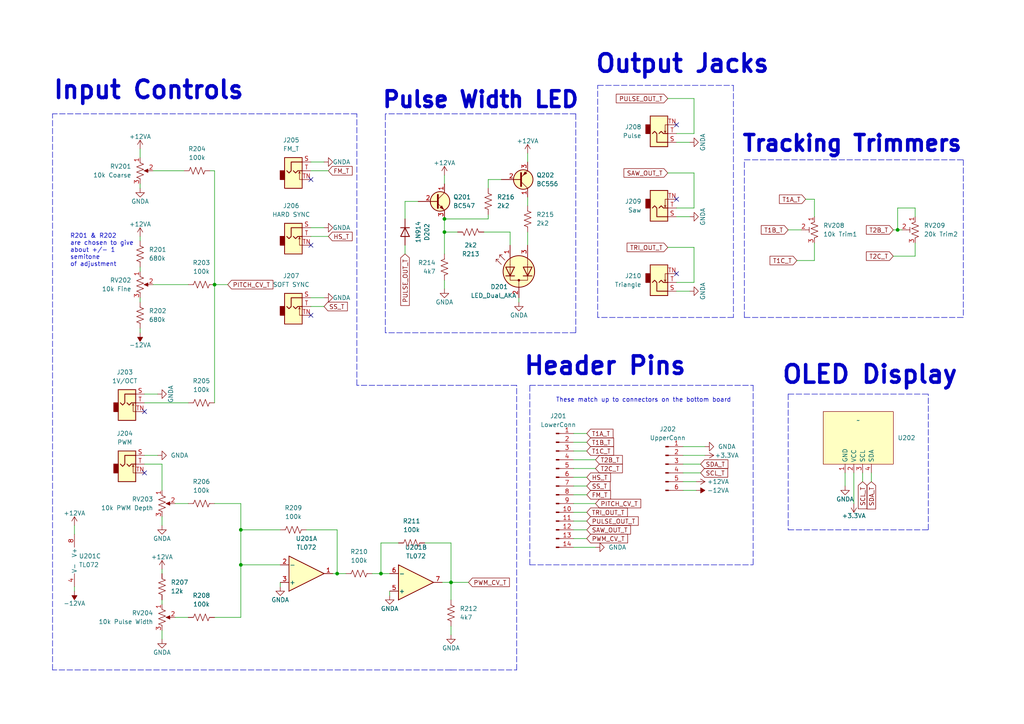
<source format=kicad_sch>
(kicad_sch (version 20230121) (generator eeschema)
  (paper "A4")
  (title_block (title "ESP-3340 Tuner VCO") (date "2024-02-15") (rev "1") (company "Hayden Setlik"))
  (lib_symbols
    (symbol "Amplifier_Operational:TL072" (pin_names (offset 0.127))
      (property "Reference" "U" (at 0 5.08 0))
      (property "Value" "TL072" (at 0 -5.08 0))
      (symbol "TL072_1_1"
        (polyline (pts (xy -5.08 5.08) (xy 5.08 0) (xy -5.08 -5.08) (xy -5.08 5.08)) (stroke (width 0.254)) (fill (type background)))
        (pin output line (at 7.62 0 180) (length 2.54) (name "~") (number "1"))
        (pin input line (at -7.62 -2.54 0) (length 2.54) (name "-") (number "2"))
        (pin input line (at -7.62 2.54 0) (length 2.54) (name "+") (number "3"))
      )
      (symbol "TL072_2_1"
        (polyline (pts (xy -5.08 5.08) (xy 5.08 0) (xy -5.08 -5.08) (xy -5.08 5.08)) (stroke (width 0.254)) (fill (type background)))
        (pin input line (at -7.62 2.54 0) (length 2.54) (name "+") (number "5"))
        (pin input line (at -7.62 -2.54 0) (length 2.54) (name "-") (number "6"))
        (pin output line (at 7.62 0 180) (length 2.54) (name "~") (number "7"))
      )
      (symbol "TL072_3_1"
        (pin power_in line (at -2.54 -7.62 90) (length 3.81) (name "V-") (number "4"))
        (pin power_in line (at -2.54 7.62 270) (length 3.81) (name "V+") (number "8"))
      )
    )
    (symbol "Connector:Conn_01x06_Pin" (pin_names (offset 1.016) hide)
      (property "Reference" "J" (at 0 7.62 0))
      (property "Value" "Conn_01x06_Pin" (at 0 -10.16 0))
      (symbol "Conn_01x06_Pin_1_1"
        (polyline (pts (xy 1.27 -7.62) (xy 0.8636 -7.62)) (stroke (width 0.1524)))
        (polyline (pts (xy 1.27 -5.08) (xy 0.8636 -5.08)) (stroke (width 0.1524)))
        (polyline (pts (xy 1.27 -2.54) (xy 0.8636 -2.54)) (stroke (width 0.1524)))
        (polyline (pts (xy 1.27 0) (xy 0.8636 0)) (stroke (width 0.1524)))
        (polyline (pts (xy 1.27 2.54) (xy 0.8636 2.54)) (stroke (width 0.1524)))
        (polyline (pts (xy 1.27 5.08) (xy 0.8636 5.08)) (stroke (width 0.1524)))
        (rectangle (start 0.8636 -7.493) (end 0 -7.747) (stroke (width 0.1524)) (fill (type outline)))
        (rectangle (start 0.8636 -4.953) (end 0 -5.207) (stroke (width 0.1524)) (fill (type outline)))
        (rectangle (start 0.8636 -2.413) (end 0 -2.667) (stroke (width 0.1524)) (fill (type outline)))
        (rectangle (start 0.8636 0.127) (end 0 -0.127) (stroke (width 0.1524)) (fill (type outline)))
        (rectangle (start 0.8636 2.667) (end 0 2.413) (stroke (width 0.1524)) (fill (type outline)))
        (rectangle (start 0.8636 5.207) (end 0 4.953) (stroke (width 0.1524)) (fill (type outline)))
        (pin passive line (at 5.08 5.08 180) (length 3.81) (name "Pin_1") (number "1"))
        (pin passive line (at 5.08 2.54 180) (length 3.81) (name "Pin_2") (number "2"))
        (pin passive line (at 5.08 0 180) (length 3.81) (name "Pin_3") (number "3"))
        (pin passive line (at 5.08 -2.54 180) (length 3.81) (name "Pin_4") (number "4"))
        (pin passive line (at 5.08 -5.08 180) (length 3.81) (name "Pin_5") (number "5"))
        (pin passive line (at 5.08 -7.62 180) (length 3.81) (name "Pin_6") (number "6"))
      )
    )
    (symbol "Connector:Conn_01x14_Pin" (pin_names (offset 1.016) hide)
      (property "Reference" "J" (at 0 17.78 0))
      (property "Value" "Conn_01x14_Pin" (at 0 -20.32 0))
      (symbol "Conn_01x14_Pin_1_1"
        (polyline (pts (xy 1.27 -17.78) (xy 0.8636 -17.78)) (stroke (width 0.1524)))
        (polyline (pts (xy 1.27 -15.24) (xy 0.8636 -15.24)) (stroke (width 0.1524)))
        (polyline (pts (xy 1.27 -12.7) (xy 0.8636 -12.7)) (stroke (width 0.1524)))
        (polyline (pts (xy 1.27 -10.16) (xy 0.8636 -10.16)) (stroke (width 0.1524)))
        (polyline (pts (xy 1.27 -7.62) (xy 0.8636 -7.62)) (stroke (width 0.1524)))
        (polyline (pts (xy 1.27 -5.08) (xy 0.8636 -5.08)) (stroke (width 0.1524)))
        (polyline (pts (xy 1.27 -2.54) (xy 0.8636 -2.54)) (stroke (width 0.1524)))
        (polyline (pts (xy 1.27 0) (xy 0.8636 0)) (stroke (width 0.1524)))
        (polyline (pts (xy 1.27 2.54) (xy 0.8636 2.54)) (stroke (width 0.1524)))
        (polyline (pts (xy 1.27 5.08) (xy 0.8636 5.08)) (stroke (width 0.1524)))
        (polyline (pts (xy 1.27 7.62) (xy 0.8636 7.62)) (stroke (width 0.1524)))
        (polyline (pts (xy 1.27 10.16) (xy 0.8636 10.16)) (stroke (width 0.1524)))
        (polyline (pts (xy 1.27 12.7) (xy 0.8636 12.7)) (stroke (width 0.1524)))
        (polyline (pts (xy 1.27 15.24) (xy 0.8636 15.24)) (stroke (width 0.1524)))
        (rectangle (start 0.8636 -17.653) (end 0 -17.907) (stroke (width 0.1524)) (fill (type outline)))
        (rectangle (start 0.8636 -15.113) (end 0 -15.367) (stroke (width 0.1524)) (fill (type outline)))
        (rectangle (start 0.8636 -12.573) (end 0 -12.827) (stroke (width 0.1524)) (fill (type outline)))
        (rectangle (start 0.8636 -10.033) (end 0 -10.287) (stroke (width 0.1524)) (fill (type outline)))
        (rectangle (start 0.8636 -7.493) (end 0 -7.747) (stroke (width 0.1524)) (fill (type outline)))
        (rectangle (start 0.8636 -4.953) (end 0 -5.207) (stroke (width 0.1524)) (fill (type outline)))
        (rectangle (start 0.8636 -2.413) (end 0 -2.667) (stroke (width 0.1524)) (fill (type outline)))
        (rectangle (start 0.8636 0.127) (end 0 -0.127) (stroke (width 0.1524)) (fill (type outline)))
        (rectangle (start 0.8636 2.667) (end 0 2.413) (stroke (width 0.1524)) (fill (type outline)))
        (rectangle (start 0.8636 5.207) (end 0 4.953) (stroke (width 0.1524)) (fill (type outline)))
        (rectangle (start 0.8636 7.747) (end 0 7.493) (stroke (width 0.1524)) (fill (type outline)))
        (rectangle (start 0.8636 10.287) (end 0 10.033) (stroke (width 0.1524)) (fill (type outline)))
        (rectangle (start 0.8636 12.827) (end 0 12.573) (stroke (width 0.1524)) (fill (type outline)))
        (rectangle (start 0.8636 15.367) (end 0 15.113) (stroke (width 0.1524)) (fill (type outline)))
        (pin passive line (at 5.08 15.24 180) (length 3.81) (name "Pin_1") (number "1"))
        (pin passive line (at 5.08 -7.62 180) (length 3.81) (name "Pin_10") (number "10"))
        (pin passive line (at 5.08 -10.16 180) (length 3.81) (name "Pin_11") (number "11"))
        (pin passive line (at 5.08 -12.7 180) (length 3.81) (name "Pin_12") (number "12"))
        (pin passive line (at 5.08 -15.24 180) (length 3.81) (name "Pin_13") (number "13"))
        (pin passive line (at 5.08 -17.78 180) (length 3.81) (name "Pin_14") (number "14"))
        (pin passive line (at 5.08 12.7 180) (length 3.81) (name "Pin_2") (number "2"))
        (pin passive line (at 5.08 10.16 180) (length 3.81) (name "Pin_3") (number "3"))
        (pin passive line (at 5.08 7.62 180) (length 3.81) (name "Pin_4") (number "4"))
        (pin passive line (at 5.08 5.08 180) (length 3.81) (name "Pin_5") (number "5"))
        (pin passive line (at 5.08 2.54 180) (length 3.81) (name "Pin_6") (number "6"))
        (pin passive line (at 5.08 0 180) (length 3.81) (name "Pin_7") (number "7"))
        (pin passive line (at 5.08 -2.54 180) (length 3.81) (name "Pin_8") (number "8"))
        (pin passive line (at 5.08 -5.08 180) (length 3.81) (name "Pin_9") (number "9"))
      )
    )
    (symbol "Connector_Audio:AudioJack2_SwitchT"
      (property "Reference" "J" (at 0 8.89 0))
      (property "Value" "AudioJack2_SwitchT" (at 0 6.35 0))
      (symbol "AudioJack2_SwitchT_0_1"
        (rectangle (start -2.54 0) (end -3.81 -2.54) (stroke (width 0.254)) (fill (type outline)))
        (polyline (pts (xy 1.778 -0.254) (xy 2.032 -0.762)))
        (polyline (pts (xy 0 0) (xy 0.635 -0.635) (xy 1.27 0) (xy 2.54 0)) (stroke (width 0.254)))
        (polyline (pts (xy 2.54 -2.54) (xy 1.778 -2.54) (xy 1.778 -0.254) (xy 1.524 -0.762)))
        (polyline (pts (xy 2.54 2.54) (xy -0.635 2.54) (xy -0.635 0) (xy -1.27 -0.635) (xy -1.905 0)) (stroke (width 0.254)))
        (rectangle (start 2.54 3.81) (end -2.54 -5.08) (stroke (width 0.254)) (fill (type background)))
      )
      (symbol "AudioJack2_SwitchT_1_1"
        (pin passive line (at 5.08 2.54 180) (length 2.54) (name "~") (number "S"))
        (pin passive line (at 5.08 0 180) (length 2.54) (name "~") (number "T"))
        (pin passive line (at 5.08 -2.54 180) (length 2.54) (name "~") (number "TN"))
      )
    )
    (symbol "Device:LED_Dual_AKA" (pin_names (offset 0) hide)
      (property "Reference" "D" (at 0 5.715 0))
      (property "Value" "LED_Dual_AKA" (at 0 -6.35 0))
      (symbol "LED_Dual_AKA_0_1"
        (circle (center -2.54 0) (radius 0.2794) (fill (type outline)))
        (polyline (pts (xy -4.572 0) (xy -2.54 0)))
        (polyline (pts (xy -1.27 -1.27) (xy -1.27 -3.81)) (stroke (width 0.254)))
        (polyline (pts (xy -1.27 1.27) (xy -1.27 3.81)) (stroke (width 0.254)))
        (polyline (pts (xy 3.81 -2.54) (xy 1.905 -2.54)))
        (polyline (pts (xy 3.81 2.54) (xy 1.905 2.54)))
        (polyline (pts (xy 1.27 -3.81) (xy 1.27 -1.27) (xy -1.27 -2.54) (xy 1.27 -3.81)) (stroke (width 0.254)))
        (polyline (pts (xy 1.27 1.27) (xy 1.27 3.81) (xy -1.27 2.54) (xy 1.27 1.27)) (stroke (width 0.254)))
        (polyline (pts (xy 2.032 2.54) (xy -2.54 2.54) (xy -2.54 -2.54) (xy 2.032 -2.54)))
        (polyline (pts (xy 2.032 5.08) (xy 3.556 6.604) (xy 2.794 6.604) (xy 3.556 6.604) (xy 3.556 5.842)))
        (polyline (pts (xy 3.302 4.064) (xy 4.826 5.588) (xy 4.064 5.588) (xy 4.826 5.588) (xy 4.826 4.826)))
        (circle (center 0 0) (radius 4.572) (stroke (width 0.254)) (fill (type background)))
      )
      (symbol "LED_Dual_AKA_1_1"
        (pin input line (at 7.62 2.54 180) (length 3.81) (name "A1") (number "1"))
        (pin input line (at -7.62 0 0) (length 3.048) (name "K") (number "2"))
        (pin input line (at 7.62 -2.54 180) (length 3.81) (name "A2") (number "3"))
      )
    )
    (symbol "Device:R_Potentiometer_Trim_US" (pin_names (offset 1.016) hide)
      (property "Reference" "RV" (at -4.445 0 90))
      (property "Value" "R_Potentiometer_Trim_US" (at -2.54 0 90))
      (symbol "R_Potentiometer_Trim_US_0_1"
        (polyline (pts (xy 0 -2.286) (xy 0 -2.54)))
        (polyline (pts (xy 0 2.286) (xy 0 2.54)))
        (polyline (pts (xy 1.524 0.762) (xy 1.524 -0.762)))
        (polyline (pts (xy 2.54 0) (xy 1.524 0)))
        (polyline (pts (xy 0 -0.762) (xy 1.016 -1.143) (xy 0 -1.524) (xy -1.016 -1.905) (xy 0 -2.286)))
        (polyline (pts (xy 0 0.762) (xy 1.016 0.381) (xy 0 0) (xy -1.016 -0.381) (xy 0 -0.762)))
        (polyline (pts (xy 0 2.286) (xy 1.016 1.905) (xy 0 1.524) (xy -1.016 1.143) (xy 0 0.762)))
      )
      (symbol "R_Potentiometer_Trim_US_1_1"
        (pin passive line (at 0 3.81 270) (length 1.27) (name "1") (number "1"))
        (pin passive line (at 3.81 0 180) (length 1.27) (name "2") (number "2"))
        (pin passive line (at 0 -3.81 90) (length 1.27) (name "3") (number "3"))
      )
    )
    (symbol "Device:R_Potentiometer_US" (pin_names (offset 1.016) hide)
      (property "Reference" "RV" (at -4.445 0 90))
      (property "Value" "R_Potentiometer_US" (at -2.54 0 90))
      (symbol "R_Potentiometer_US_0_1"
        (polyline (pts (xy 0 -2.286) (xy 0 -2.54)))
        (polyline (pts (xy 0 2.54) (xy 0 2.286)))
        (polyline (pts (xy 2.54 0) (xy 1.524 0)))
        (polyline (pts (xy 1.143 0) (xy 2.286 0.508) (xy 2.286 -0.508) (xy 1.143 0)) (fill (type outline)))
        (polyline (pts (xy 0 -0.762) (xy 1.016 -1.143) (xy 0 -1.524) (xy -1.016 -1.905) (xy 0 -2.286)))
        (polyline (pts (xy 0 0.762) (xy 1.016 0.381) (xy 0 0) (xy -1.016 -0.381) (xy 0 -0.762)))
        (polyline (pts (xy 0 2.286) (xy 1.016 1.905) (xy 0 1.524) (xy -1.016 1.143) (xy 0 0.762)))
      )
      (symbol "R_Potentiometer_US_1_1"
        (pin passive line (at 0 3.81 270) (length 1.27) (name "1") (number "1"))
        (pin passive line (at 3.81 0 180) (length 1.27) (name "2") (number "2"))
        (pin passive line (at 0 -3.81 90) (length 1.27) (name "3") (number "3"))
      )
    )
    (symbol "Device:R_US" (pin_numbers hide) (pin_names (offset 0))
      (property "Reference" "R" (at 2.54 0 90))
      (property "Value" "R_US" (at -2.54 0 90))
      (symbol "R_US_0_1"
        (polyline (pts (xy 0 -2.286) (xy 0 -2.54)))
        (polyline (pts (xy 0 2.286) (xy 0 2.54)))
        (polyline (pts (xy 0 -0.762) (xy 1.016 -1.143) (xy 0 -1.524) (xy -1.016 -1.905) (xy 0 -2.286)))
        (polyline (pts (xy 0 0.762) (xy 1.016 0.381) (xy 0 0) (xy -1.016 -0.381) (xy 0 -0.762)))
        (polyline (pts (xy 0 2.286) (xy 1.016 1.905) (xy 0 1.524) (xy -1.016 1.143) (xy 0 0.762)))
      )
      (symbol "R_US_1_1"
        (pin passive line (at 0 3.81 270) (length 1.27) (name "~") (number "1"))
        (pin passive line (at 0 -3.81 90) (length 1.27) (name "~") (number "2"))
      )
    )
    (symbol "Diode:1N914" (pin_numbers hide) (pin_names hide)
      (property "Reference" "D" (at 0 2.54 0))
      (property "Value" "1N914" (at 0 -2.54 0))
      (symbol "1N914_0_1"
        (polyline (pts (xy -1.27 1.27) (xy -1.27 -1.27)) (stroke (width 0.254)))
        (polyline (pts (xy 1.27 0) (xy -1.27 0)))
        (polyline (pts (xy 1.27 1.27) (xy 1.27 -1.27) (xy -1.27 0) (xy 1.27 1.27)) (stroke (width 0.254)))
      )
      (symbol "1N914_1_1"
        (pin passive line (at -3.81 0 0) (length 2.54) (name "K") (number "1"))
        (pin passive line (at 3.81 0 180) (length 2.54) (name "A") (number "2"))
      )
    )
    (symbol "Display_Graphic:SSD1306_OLED_128x64"
      (property "Reference" "U" (at 0 -2.54 0))
      (symbol "SSD1306_OLED_128x64_1_1"
        (rectangle (start -10.16 2.54) (end 10.16 -12.7) (fill (type background)))
        (pin power_in line (at -3.81 -15.24 90) (length 2.54) (name "GND") (number "1"))
        (pin power_in line (at -1.27 -15.24 90) (length 2.54) (name "VCC") (number "2"))
        (pin input line (at 1.27 -15.24 90) (length 2.54) (name "SCL") (number "3"))
        (pin input line (at 3.81 -15.24 90) (length 2.54) (name "SDA") (number "4"))
      )
    )
    (symbol "PCM_Transistor_BJT_AKL:BC547" (pin_names hide)
      (property "Reference" "Q" (at 5.08 1.27 0))
      (property "Value" "BC547" (at 5.08 -1.27 0))
      (symbol "BC547_0_1"
        (polyline (pts (xy 0.635 0.635) (xy 2.54 2.54)))
        (polyline (pts (xy 0.635 -0.635) (xy 2.54 -2.54) (xy 2.54 -2.54)))
        (polyline (pts (xy 0.635 1.905) (xy 0.635 -1.905) (xy 0.635 -1.905)) (stroke (width 0.508)))
        (polyline (pts (xy 1.27 -1.778) (xy 1.778 -1.27) (xy 2.286 -2.286) (xy 1.27 -1.778) (xy 1.27 -1.778)) (fill (type outline)))
        (circle (center 1.27 0) (radius 2.8194) (stroke (width 0.254)) (fill (type background)))
      )
      (symbol "BC547_1_1"
        (pin passive line (at 2.54 5.08 270) (length 2.54) (name "C") (number "1"))
        (pin input line (at -5.08 0 0) (length 5.715) (name "B") (number "2"))
        (pin passive line (at 2.54 -5.08 90) (length 2.54) (name "E") (number "3"))
      )
    )
    (symbol "PCM_Transistor_BJT_AKL:BC556" (pin_names hide)
      (property "Reference" "Q" (at 5.08 1.27 0))
      (property "Value" "BC556" (at 5.08 -1.27 0))
      (symbol "BC556_0_1"
        (polyline (pts (xy 0.635 -0.635) (xy 2.54 -2.54)))
        (polyline (pts (xy 0.635 -1.905) (xy 0.635 1.905) (xy 0.635 1.905)) (stroke (width 0.508)))
        (polyline (pts (xy 0.635 0.635) (xy 2.54 2.54) (xy 2.54 2.54)))
        (polyline (pts (xy 2.286 1.778) (xy 1.778 2.286) (xy 1.27 1.27) (xy 2.286 1.778) (xy 2.286 1.778)) (fill (type outline)))
        (circle (center 1.27 0) (radius 2.8194) (stroke (width 0.254)) (fill (type background)))
      )
      (symbol "BC556_1_1"
        (pin passive line (at 2.54 -5.08 90) (length 2.54) (name "C") (number "1"))
        (pin input line (at -5.08 0 0) (length 5.715) (name "B") (number "2"))
        (pin passive line (at 2.54 5.08 270) (length 2.54) (name "E") (number "3"))
      )
    )
    (symbol "power:+12VA" (power) (pin_names (offset 0))
      (property "Value" "+12VA" (at 0 3.556 0))
      (symbol "+12VA_0_1"
        (polyline (pts (xy -0.762 1.27) (xy 0 2.54)))
        (polyline (pts (xy 0 0) (xy 0 2.54)))
        (polyline (pts (xy 0 2.54) (xy 0.762 1.27)))
      )
      (symbol "+12VA_1_1"
        (pin power_in line (at 0 0 90) (length 0) hide (name "+12VA") (number "1"))
      )
    )
    (symbol "power:+3.3VA" (power) (pin_names (offset 0))
      (property "Value" "+3.3VA" (at 0 3.556 0))
      (symbol "+3.3VA_0_1"
        (polyline (pts (xy -0.762 1.27) (xy 0 2.54)))
        (polyline (pts (xy 0 0) (xy 0 2.54)))
        (polyline (pts (xy 0 2.54) (xy 0.762 1.27)))
      )
      (symbol "+3.3VA_1_1"
        (pin power_in line (at 0 0 90) (length 0) hide (name "+3.3VA") (number "1"))
      )
    )
    (symbol "power:-12VA" (power) (pin_names (offset 0))
      (property "Value" "-12VA" (at 0 3.556 0))
      (symbol "-12VA_0_0"
        (pin power_in line (at 0 0 90) (length 0) hide (name "-12VA") (number "1"))
      )
      (symbol "-12VA_0_1"
        (polyline (pts (xy 0 0) (xy 0 1.27) (xy 0.762 1.27) (xy 0 2.54) (xy -0.762 1.27) (xy 0 1.27)) (fill (type outline)))
      )
    )
    (symbol "power:GNDA" (power) (pin_names (offset 0))
      (property "Value" "GNDA" (at 0 -3.81 0))
      (symbol "GNDA_0_1"
        (polyline (pts (xy 0 0) (xy 0 -1.27) (xy 1.27 -1.27) (xy 0 -2.54) (xy -1.27 -1.27) (xy 0 -1.27)))
      )
      (symbol "GNDA_1_1"
        (pin power_in line (at 0 0 270) (length 0) hide (name "GNDA") (number "1"))
      )
    )
  )
  (junction (at 62.23 82.55))
  (junction (at 128.905 67.31))
  (junction (at 69.85 163.83))
  (junction (at 97.79 166.37))
  (junction (at 260.35 66.675))
  (junction (at 69.85 153.67))
  (junction (at 110.49 166.37))
  (junction (at 128.905 63.5))
  (junction (at 130.81 168.91))
  (no_connect (at 90.17 91.44))
  (no_connect (at 90.17 52.07))
  (no_connect (at 196.215 79.375))
  (no_connect (at 90.17 71.12))
  (no_connect (at 196.215 57.785))
  (no_connect (at 41.91 119.38))
  (no_connect (at 41.91 137.16))
  (no_connect (at 196.215 36.195))
  (polyline (pts (xy 228.6 114.3) (xy 269.24 114.3)) (stroke (width 0) (type dash)))
  (wire (pts (xy 130.81 181.61) (xy 130.81 184.15)))
  (wire (pts (xy 166.37 133.35) (xy 172.72 133.35)))
  (wire (pts (xy 21.59 152.4) (xy 21.59 154.94)))
  (wire (pts (xy 69.85 153.67) (xy 81.28 153.67)))
  (wire (pts (xy 250.19 137.16) (xy 250.19 139.7)))
  (wire (pts (xy 201.295 38.735) (xy 201.295 28.575)))
  (wire (pts (xy 196.215 81.915) (xy 201.295 81.915)))
  (polyline (pts (xy 149.86 194.31) (xy 149.86 111.76)) (stroke (width 0) (type dash)))
  (polyline (pts (xy 173.355 92.075) (xy 173.355 92.075)) (stroke (width 0) (type dash)))
  (wire (pts (xy 46.99 134.62) (xy 46.99 142.24)))
  (wire (pts (xy 128.27 168.91) (xy 130.81 168.91)))
  (wire (pts (xy 141.605 52.07) (xy 145.415 52.07)))
  (wire (pts (xy 128.905 67.31) (xy 132.715 67.31)))
  (wire (pts (xy 166.37 146.05) (xy 172.72 146.05)))
  (wire (pts (xy 90.17 68.58) (xy 95.25 68.58)))
  (wire (pts (xy 40.64 43.18) (xy 40.64 45.72)))
  (wire (pts (xy 193.675 50.165) (xy 201.295 50.165)))
  (wire (pts (xy 41.91 116.84) (xy 54.61 116.84)))
  (polyline (pts (xy 173.355 24.765) (xy 212.725 24.765)) (stroke (width 0) (type dash)))
  (polyline (pts (xy 167.005 33.02) (xy 167.005 96.52)) (stroke (width 0) (type dash)))
  (wire (pts (xy 62.23 146.05) (xy 69.85 146.05)))
  (wire (pts (xy 166.37 158.75) (xy 172.72 158.75)))
  (wire (pts (xy 46.99 173.99) (xy 46.99 175.26)))
  (wire (pts (xy 166.37 153.67) (xy 170.18 153.67)))
  (wire (pts (xy 260.35 60.325) (xy 265.43 60.325)))
  (wire (pts (xy 166.37 148.59) (xy 170.18 148.59)))
  (wire (pts (xy 46.99 149.86) (xy 46.99 152.4)))
  (wire (pts (xy 228.6 66.675) (xy 232.41 66.675)))
  (wire (pts (xy 50.8 146.05) (xy 54.61 146.05)))
  (wire (pts (xy 117.475 58.42) (xy 121.285 58.42)))
  (wire (pts (xy 44.45 49.53) (xy 53.34 49.53)))
  (polyline (pts (xy 173.355 92.075) (xy 173.355 24.765)) (stroke (width 0) (type dash)))
  (wire (pts (xy 201.295 81.915) (xy 201.295 71.755)))
  (wire (pts (xy 97.79 166.37) (xy 100.33 166.37)))
  (wire (pts (xy 153.035 67.31) (xy 153.035 71.12)))
  (wire (pts (xy 236.22 75.565) (xy 236.22 70.485)))
  (polyline (pts (xy 153.67 163.83) (xy 153.67 111.76)) (stroke (width 0) (type dash)))
  (wire (pts (xy 40.64 86.36) (xy 40.64 87.63)))
  (wire (pts (xy 62.23 82.55) (xy 62.23 116.84)))
  (polyline (pts (xy 153.67 111.76) (xy 218.44 111.76)) (stroke (width 0) (type dash)))
  (wire (pts (xy 130.81 168.91) (xy 135.89 168.91)))
  (wire (pts (xy 265.43 60.325) (xy 265.43 62.865)))
  (polyline (pts (xy 130.81 194.31) (xy 149.86 194.31)) (stroke (width 0) (type dash)))
  (wire (pts (xy 46.99 165.1) (xy 46.99 166.37)))
  (wire (pts (xy 247.65 137.16) (xy 247.65 146.05)))
  (wire (pts (xy 88.9 153.67) (xy 97.79 153.67)))
  (wire (pts (xy 245.11 137.16) (xy 245.11 140.97)))
  (wire (pts (xy 90.17 86.36) (xy 93.98 86.36)))
  (wire (pts (xy 166.37 156.21) (xy 170.18 156.21)))
  (wire (pts (xy 60.96 49.53) (xy 62.23 49.53)))
  (polyline (pts (xy 212.725 24.765) (xy 212.725 92.075)) (stroke (width 0) (type dash)))
  (wire (pts (xy 41.91 134.62) (xy 46.99 134.62)))
  (wire (pts (xy 147.955 67.31) (xy 147.955 71.12)))
  (polyline (pts (xy 215.9 46.355) (xy 279.4 46.355)) (stroke (width 0) (type dash)))
  (wire (pts (xy 140.335 67.31) (xy 147.955 67.31)))
  (polyline (pts (xy 228.6 114.3) (xy 228.6 153.67)) (stroke (width 0) (type dash)))
  (wire (pts (xy 90.17 49.53) (xy 95.25 49.53)))
  (polyline (pts (xy 130.81 194.31) (xy 15.24 194.31)) (stroke (width 0) (type dash)))
  (wire (pts (xy 113.03 171.45) (xy 113.03 172.72)))
  (polyline (pts (xy 215.9 92.075) (xy 215.9 46.355)) (stroke (width 0) (type dash)))
  (wire (pts (xy 196.215 38.735) (xy 201.295 38.735)))
  (polyline (pts (xy 212.725 92.075) (xy 173.355 92.075)) (stroke (width 0) (type dash)))
  (polyline (pts (xy 228.6 153.67) (xy 269.24 153.67)) (stroke (width 0) (type dash)))
  (wire (pts (xy 196.215 62.865) (xy 200.025 62.865)))
  (wire (pts (xy 69.85 163.83) (xy 81.28 163.83)))
  (wire (pts (xy 81.28 168.91) (xy 81.28 170.18)))
  (wire (pts (xy 69.85 163.83) (xy 69.85 179.07)))
  (wire (pts (xy 41.91 114.3) (xy 45.72 114.3)))
  (wire (pts (xy 166.37 135.89) (xy 172.72 135.89)))
  (wire (pts (xy 141.605 54.61) (xy 141.605 52.07)))
  (wire (pts (xy 196.215 84.455) (xy 200.025 84.455)))
  (wire (pts (xy 90.17 88.9) (xy 93.98 88.9)))
  (wire (pts (xy 166.37 125.73) (xy 170.18 125.73)))
  (polyline (pts (xy 153.67 163.83) (xy 218.44 163.83)) (stroke (width 0) (type dash)))
  (wire (pts (xy 259.08 66.675) (xy 260.35 66.675)))
  (wire (pts (xy 198.12 129.54) (xy 204.47 129.54)))
  (polyline (pts (xy 215.9 92.075) (xy 279.4 92.075)) (stroke (width 0) (type dash)))
  (wire (pts (xy 196.215 41.275) (xy 200.025 41.275)))
  (polyline (pts (xy 103.505 111.76) (xy 103.505 33.02)) (stroke (width 0) (type dash)))
  (wire (pts (xy 128.905 81.28) (xy 128.905 83.82)))
  (wire (pts (xy 193.675 71.755) (xy 201.295 71.755)))
  (wire (pts (xy 166.37 128.27) (xy 170.18 128.27)))
  (wire (pts (xy 260.35 66.675) (xy 261.62 66.675)))
  (wire (pts (xy 40.64 53.34) (xy 40.64 54.61)))
  (wire (pts (xy 150.495 86.36) (xy 150.495 87.63)))
  (wire (pts (xy 50.8 179.07) (xy 54.61 179.07)))
  (wire (pts (xy 153.035 44.45) (xy 153.035 46.99)))
  (wire (pts (xy 44.45 82.55) (xy 54.61 82.55)))
  (wire (pts (xy 130.81 157.48) (xy 123.19 157.48)))
  (wire (pts (xy 90.17 46.99) (xy 93.98 46.99)))
  (wire (pts (xy 153.035 57.15) (xy 153.035 59.69)))
  (wire (pts (xy 231.14 75.565) (xy 236.22 75.565)))
  (wire (pts (xy 259.08 74.295) (xy 265.43 74.295)))
  (wire (pts (xy 252.73 137.16) (xy 252.73 139.7)))
  (wire (pts (xy 97.79 166.37) (xy 96.52 166.37)))
  (wire (pts (xy 90.17 66.04) (xy 93.98 66.04)))
  (wire (pts (xy 69.85 153.67) (xy 69.85 163.83)))
  (wire (pts (xy 62.23 82.55) (xy 66.04 82.55)))
  (polyline (pts (xy 103.505 33.02) (xy 15.24 33.02)) (stroke (width 0) (type dash)))
  (wire (pts (xy 62.23 49.53) (xy 62.23 82.55)))
  (wire (pts (xy 40.64 68.58) (xy 40.64 69.85)))
  (polyline (pts (xy 15.24 194.31) (xy 15.24 33.02)) (stroke (width 0) (type dash)))
  (wire (pts (xy 198.12 142.24) (xy 201.93 142.24)))
  (wire (pts (xy 41.91 132.08) (xy 45.72 132.08)))
  (wire (pts (xy 201.295 60.325) (xy 201.295 50.165)))
  (wire (pts (xy 128.905 67.31) (xy 128.905 73.66)))
  (wire (pts (xy 130.81 168.91) (xy 130.81 157.48)))
  (wire (pts (xy 21.59 170.18) (xy 21.59 171.45)))
  (polyline (pts (xy 218.44 111.76) (xy 218.44 163.83)) (stroke (width 0) (type dash)))
  (wire (pts (xy 166.37 143.51) (xy 170.18 143.51)))
  (polyline (pts (xy 111.76 96.52) (xy 111.76 33.02)) (stroke (width 0) (type dash)))
  (wire (pts (xy 69.85 146.05) (xy 69.85 153.67)))
  (wire (pts (xy 128.905 63.5) (xy 128.905 67.31)))
  (polyline (pts (xy 167.005 33.02) (xy 111.76 33.02)) (stroke (width 0) (type dash)))
  (wire (pts (xy 128.905 50.8) (xy 128.905 53.34)))
  (wire (pts (xy 107.95 166.37) (xy 110.49 166.37)))
  (wire (pts (xy 115.57 157.48) (xy 110.49 157.48)))
  (wire (pts (xy 40.64 95.25) (xy 40.64 96.52)))
  (wire (pts (xy 40.64 77.47) (xy 40.64 78.74)))
  (wire (pts (xy 128.905 63.5) (xy 141.605 63.5)))
  (wire (pts (xy 141.605 63.5) (xy 141.605 62.23)))
  (wire (pts (xy 198.12 132.08) (xy 204.47 132.08)))
  (wire (pts (xy 110.49 166.37) (xy 113.03 166.37)))
  (wire (pts (xy 193.675 28.575) (xy 201.295 28.575)))
  (wire (pts (xy 198.12 134.62) (xy 203.2 134.62)))
  (wire (pts (xy 166.37 138.43) (xy 170.18 138.43)))
  (wire (pts (xy 166.37 140.97) (xy 170.18 140.97)))
  (wire (pts (xy 198.12 137.16) (xy 203.2 137.16)))
  (wire (pts (xy 233.68 57.785) (xy 236.22 57.785)))
  (wire (pts (xy 130.81 168.91) (xy 130.81 173.99)))
  (wire (pts (xy 110.49 157.48) (xy 110.49 166.37)))
  (wire (pts (xy 166.37 151.13) (xy 170.18 151.13)))
  (wire (pts (xy 196.215 60.325) (xy 201.295 60.325)))
  (wire (pts (xy 97.79 153.67) (xy 97.79 166.37)))
  (polyline (pts (xy 269.24 153.67) (xy 269.24 114.3)) (stroke (width 0) (type dash)))
  (wire (pts (xy 166.37 130.81) (xy 170.18 130.81)))
  (wire (pts (xy 69.85 179.07) (xy 62.23 179.07)))
  (wire (pts (xy 198.12 139.7) (xy 201.93 139.7)))
  (wire (pts (xy 260.35 66.675) (xy 260.35 60.325)))
  (polyline (pts (xy 279.4 46.355) (xy 279.4 92.075)) (stroke (width 0) (type dash)))
  (wire (pts (xy 236.22 57.785) (xy 236.22 62.865)))
  (wire (pts (xy 46.99 182.88) (xy 46.99 185.42)))
  (wire (pts (xy 117.475 58.42) (xy 117.475 63.5)))
  (polyline (pts (xy 167.005 96.52) (xy 111.76 96.52)) (stroke (width 0) (type dash)))
  (wire (pts (xy 265.43 74.295) (xy 265.43 70.485)))
  (wire (pts (xy 117.475 71.12) (xy 117.475 73.66)))
  (polyline (pts (xy 149.86 111.76) (xy 103.505 111.76)) (stroke (width 0) (type dash)))
  (text "Pulse Width LED" (at 168.275 31.75 0) (effects (font (size 4.572 4.572) (thickness 1.016) bold) (justify right bottom)))
  (text "Output Jacks" (at 223.52 21.59 0) (effects (font (size 5.08 5.08) (thickness 1.016) bold) (justify right bottom)))
  (text "Input Controls" (at 71.12 29.21 0) (effects (font (size 5.08 5.08) (thickness 1.016) bold) (justify right bottom)))
  (text "Tracking Trimmers" (at 279.4 44.45 0) (effects (font (size 4.572 4.572) (thickness 1.016) bold) (justify right bottom)))
  (text "OLED Display" (at 278.13 111.76 0) (effects (font (size 5.08 5.08) (thickness 1.016) bold) (justify right bottom)))
  (text "These match up to connectors on the bottom board" (at 212.09 116.84 0) (effects (font (size 1.27 1.27)) (justify right bottom)))
  (text "R201 & R202\nare chosen to give\nabout +/- 1 \nsemitone\nof adjustment" (at 20.32 77.47 0) (effects (font (size 1.27 1.27)) (justify left bottom)))
  (text "Header Pins" (at 199.39 109.22 0) (effects (font (size 5.08 5.08) (thickness 1.016) bold) (justify right bottom)))
  (global_label "PITCH_CV_T" (shape input) (at 172.72 146.05 0) (property "Intersheetrefs" "${INTERSHEET_REFS}" (effects hide)))
  (global_label "FM_T" (shape input) (at 170.18 143.51 0) (property "Intersheetrefs" "${INTERSHEET_REFS}" (effects hide)))
  (global_label "HS_T" (shape input) (at 95.25 68.58 0) (property "Intersheetrefs" "${INTERSHEET_REFS}" (effects hide)))
  (global_label "SS_T" (shape input) (at 170.18 140.97 0) (property "Intersheetrefs" "${INTERSHEET_REFS}" (effects hide)))
  (global_label "T1C_T" (shape input) (at 170.18 130.81 0) (property "Intersheetrefs" "${INTERSHEET_REFS}" (effects hide)))
  (global_label "T2C_T" (shape input) (at 259.08 74.295 180) (property "Intersheetrefs" "${INTERSHEET_REFS}" (effects hide)))
  (global_label "SAW_OUT_T" (shape input) (at 193.675 50.165 180) (property "Intersheetrefs" "${INTERSHEET_REFS}" (effects hide)))
  (global_label "PITCH_CV_T" (shape input) (at 66.04 82.55 0) (property "Intersheetrefs" "${INTERSHEET_REFS}" (effects hide)))
  (global_label "TRI_OUT_T" (shape input) (at 170.18 148.59 0) (property "Intersheetrefs" "${INTERSHEET_REFS}" (effects hide)))
  (global_label "T1B_T" (shape input) (at 170.18 128.27 0) (property "Intersheetrefs" "${INTERSHEET_REFS}" (effects hide)))
  (global_label "T1A_T" (shape input) (at 170.18 125.73 0) (property "Intersheetrefs" "${INTERSHEET_REFS}" (effects hide)))
  (global_label "T1C_T" (shape input) (at 231.14 75.565 180) (property "Intersheetrefs" "${INTERSHEET_REFS}" (effects hide)))
  (global_label "PWM_CV_T" (shape input) (at 135.89 168.91 0) (property "Intersheetrefs" "${INTERSHEET_REFS}" (effects hide)))
  (global_label "PWM_CV_T" (shape input) (at 170.18 156.21 0) (property "Intersheetrefs" "${INTERSHEET_REFS}" (effects hide)))
  (global_label "PULSE_OUT_T" (shape input) (at 170.18 151.13 0) (property "Intersheetrefs" "${INTERSHEET_REFS}" (effects hide)))
  (global_label "TRI_OUT_T" (shape input) (at 193.675 71.755 180) (property "Intersheetrefs" "${INTERSHEET_REFS}" (effects hide)))
  (global_label "SDA_T" (shape input) (at 252.73 139.7 270) (property "Intersheetrefs" "${INTERSHEET_REFS}" (effects hide)))
  (global_label "PULSE_OUT_T" (shape input) (at 193.675 28.575 180) (property "Intersheetrefs" "${INTERSHEET_REFS}" (effects hide)))
  (global_label "SCL_T" (shape input) (at 250.19 139.7 270) (property "Intersheetrefs" "${INTERSHEET_REFS}" (effects hide)))
  (global_label "PULSE_OUT_T" (shape input) (at 117.475 73.66 270) (property "Intersheetrefs" "${INTERSHEET_REFS}" (effects hide)))
  (global_label "T2C_T" (shape input) (at 172.72 135.89 0) (property "Intersheetrefs" "${INTERSHEET_REFS}" (effects hide)))
  (global_label "SCL_T" (shape input) (at 203.2 137.16 0) (property "Intersheetrefs" "${INTERSHEET_REFS}" (effects hide)))
  (global_label "SS_T" (shape input) (at 93.98 88.9 0) (property "Intersheetrefs" "${INTERSHEET_REFS}" (effects hide)))
  (global_label "T1B_T" (shape input) (at 228.6 66.675 180) (property "Intersheetrefs" "${INTERSHEET_REFS}" (effects hide)))
  (global_label "SAW_OUT_T" (shape input) (at 170.18 153.67 0) (property "Intersheetrefs" "${INTERSHEET_REFS}" (effects hide)))
  (global_label "T1A_T" (shape input) (at 233.68 57.785 180) (property "Intersheetrefs" "${INTERSHEET_REFS}" (effects hide)))
  (global_label "SDA_T" (shape input) (at 203.2 134.62 0) (property "Intersheetrefs" "${INTERSHEET_REFS}" (effects hide)))
  (global_label "FM_T" (shape input) (at 95.25 49.53 0) (property "Intersheetrefs" "${INTERSHEET_REFS}" (effects hide)))
  (global_label "HS_T" (shape input) (at 170.18 138.43 0) (property "Intersheetrefs" "${INTERSHEET_REFS}" (effects hide)))
  (global_label "T2B_T" (shape input) (at 259.08 66.675 180) (property "Intersheetrefs" "${INTERSHEET_REFS}" (effects hide)))
  (global_label "T2B_T" (shape input) (at 172.72 133.35 0) (property "Intersheetrefs" "${INTERSHEET_REFS}" (effects hide)))
  (symbol (lib_id "power:+12VA") (at 40.64 68.58 0) (unit 1)
    (property "Reference" "#PWR0112" (effects hide))
    (property "Value" "+12VA" (at 40.64 65.024 0))
  )
  (symbol (lib_id "Device:R_US") (at 136.525 67.31 90) (mirror x) (unit 1)
    (property "Reference" "R213" (at 136.525 73.66 90))
    (property "Value" "2k2" (at 136.525 71.12 90))
    (property "Footprint" "PCM_Resistor_THT_AKL:R_Axial_DIN0207_L6.3mm_D2.5mm_P7.62mm_Horizontal" (effects hide))
  )
  (symbol (lib_id "Device:R_US") (at 119.38 157.48 90) (unit 1)
    (property "Reference" "R211" (at 119.38 151.13 90))
    (property "Value" "100k" (at 119.38 153.67 90))
    (property "Footprint" "PCM_Resistor_THT_AKL:R_Axial_DIN0207_L6.3mm_D2.5mm_P7.62mm_Horizontal" (effects hide))
  )
  (symbol (lib_id "Device:R_US") (at 58.42 82.55 90) (unit 1)
    (property "Reference" "R203" (at 58.42 76.2 90))
    (property "Value" "100k" (at 58.42 78.74 90))
    (property "Footprint" "PCM_Resistor_THT_AKL:R_Axial_DIN0207_L6.3mm_D2.5mm_P7.62mm_Horizontal" (effects hide))
  )
  (symbol (lib_id "Device:R_Potentiometer_US") (at 46.99 179.07 0) (unit 1)
    (property "Reference" "RV204" (at 44.45 177.8 0) (effects (justify right)))
    (property "Value" "10k Pulse Width" (at 44.45 180.34 0) (effects (justify right)))
    (property "Footprint" "PCM_Potentiometer_THT_AKL:Potentiometer_Alps_RK09L_Single_Vertical" (effects hide))
  )
  (symbol (lib_id "power:+12VA") (at 128.905 50.8 0) (unit 1)
    (property "Reference" "#PWR0129" (effects hide))
    (property "Value" "+12VA" (at 128.905 47.244 0))
  )
  (symbol (lib_id "power:+3.3VA") (at 247.65 146.05 180) (unit 1)
    (property "Reference" "#PWR0118" (effects hide))
    (property "Value" "+3.3VA" (at 247.65 149.606 0))
  )
  (symbol (lib_id "power:GNDA") (at 45.72 114.3 90) (unit 1)
    (property "Reference" "#PWR0127" (effects hide))
    (property "Value" "GNDA" (at 49.53 114.3 0))
  )
  (symbol (lib_id "power:GNDA") (at 128.905 83.82 0) (unit 1)
    (property "Reference" "#PWR0103" (effects hide))
    (property "Value" "GNDA" (at 128.905 87.63 0))
  )
  (symbol (lib_id "power:GNDA") (at 200.025 41.275 90) (mirror x) (unit 1)
    (property "Reference" "#PWR0107" (effects hide))
    (property "Value" "GNDA" (at 203.835 41.275 0))
  )
  (symbol (lib_id "power:-12VA") (at 21.59 171.45 180) (unit 1)
    (property "Reference" "#PWR0121" (effects hide))
    (property "Value" "-12VA" (at 21.59 175.006 0))
  )
  (symbol (lib_id "Connector_Audio:AudioJack2_SwitchT") (at 36.83 134.62 0) (unit 1)
    (property "Reference" "J204" (at 36.195 125.73 0))
    (property "Value" "PWM" (at 36.195 128.27 0))
    (property "Footprint" "Connector_Audio:Jack_3.5mm_QingPu_WQP-PJ398SM_Vertical_CircularHoles" (effects hide))
  )
  (symbol (lib_id "power:GNDA") (at 245.11 140.97 0) (unit 1)
    (property "Reference" "#PWR0119" (effects hide))
    (property "Value" "GNDA" (at 245.11 144.78 0))
  )
  (symbol (lib_id "Connector_Audio:AudioJack2_SwitchT") (at 85.09 49.53 0) (unit 1)
    (property "Reference" "J205" (at 84.455 40.64 0))
    (property "Value" "FM_T" (at 84.455 43.18 0))
    (property "Footprint" "Connector_Audio:Jack_3.5mm_QingPu_WQP-PJ398SM_Vertical_CircularHoles" (effects hide))
  )
  (symbol (lib_id "power:GNDA") (at 93.98 86.36 90) (unit 1)
    (property "Reference" "#PWR0109" (effects hide))
    (property "Value" "GNDA" (at 99.06 86.36 90))
  )
  (symbol (lib_id "power:+3.3VA") (at 204.47 132.08 270) (unit 1)
    (property "Reference" "#PWR0344" (effects hide))
    (property "Value" "+3.3VA" (at 210.82 132.08 90))
    (instances (project "TunerVCO" (path "" (reference "#PWR0344") (unit 1)) (path "" (reference "#PWR0114") (unit 1))))
  )
  (symbol (lib_id "power:GNDA") (at 204.47 129.54 90) (unit 1)
    (property "Reference" "#PWR0343" (effects hide))
    (property "Value" "GNDA" (at 210.82 129.54 90))
    (instances (project "TunerVCO" (path "" (reference "#PWR0343") (unit 1)) (path "" (reference "#PWR0115") (unit 1))))
  )
  (symbol (lib_id "Device:R_Potentiometer_Trim_US") (at 236.22 66.675 0) (mirror y) (unit 1)
    (property "Reference" "RV208" (at 238.76 65.405 0) (effects (justify right)))
    (property "Value" "10k Trim1" (at 238.76 67.945 0) (effects (justify right)))
    (property "Footprint" "PCM_Potentiometer_THT_AKL:Potentiometer_Bourns_3266Y_Vertical" (effects hide))
  )
  (symbol (lib_id "power:GNDA") (at 130.81 184.15 0) (unit 1)
    (property "Reference" "#PWR0102" (effects hide))
    (property "Value" "GNDA" (at 130.81 187.96 0))
  )
  (symbol (lib_id "power:GNDA") (at 81.28 170.18 0) (unit 1)
    (property "Reference" "#PWR0122" (effects hide))
    (property "Value" "GNDA" (at 81.28 173.99 0))
  )
  (symbol (lib_id "power:GNDA") (at 172.72 158.75 90) (unit 1)
    (property "Reference" "#PWR0343" (effects hide))
    (property "Value" "GNDA" (at 179.07 158.75 90))
    (instances (project "TunerVCO" (path "" (reference "#PWR0343") (unit 1)) (path "" (reference "#PWR0117") (unit 1))))
  )
  (symbol (lib_id "Device:R_US") (at 58.42 116.84 90) (unit 1)
    (property "Reference" "R205" (at 58.42 110.49 90))
    (property "Value" "100k" (at 58.42 113.03 90))
    (property "Footprint" "PCM_Resistor_THT_AKL:R_Axial_DIN0207_L6.3mm_D2.5mm_P7.62mm_Horizontal" (effects hide))
  )
  (symbol (lib_id "power:GNDA") (at 40.64 54.61 0) (unit 1)
    (property "Reference" "#PWR0113" (effects hide))
    (property "Value" "GNDA" (at 40.64 58.42 0))
  )
  (symbol (lib_id "Device:R_US") (at 130.81 177.8 180) (unit 1)
    (property "Reference" "R212" (at 133.35 176.53 0) (effects (justify right)))
    (property "Value" "4k7" (at 133.35 179.07 0) (effects (justify right)))
    (property "Footprint" "PCM_Resistor_THT_AKL:R_Axial_DIN0207_L6.3mm_D2.5mm_P7.62mm_Horizontal" (effects hide))
  )
  (symbol (lib_id "power:GNDA") (at 93.98 66.04 90) (unit 1)
    (property "Reference" "#PWR0111" (effects hide))
    (property "Value" "GNDA" (at 99.06 66.04 90))
  )
  (symbol (lib_id "Device:R_US") (at 46.99 170.18 180) (unit 1)
    (property "Reference" "R207" (at 49.53 168.91 0) (effects (justify right)))
    (property "Value" "12k" (at 49.53 171.45 0) (effects (justify right)))
    (property "Footprint" "PCM_Resistor_THT_AKL:R_Axial_DIN0207_L6.3mm_D2.5mm_P7.62mm_Horizontal" (effects hide))
  )
  (symbol (lib_id "PCM_Transistor_BJT_AKL:BC556") (at 150.495 52.07 0) (unit 1)
    (property "Reference" "Q202" (at 155.575 50.8 0) (effects (justify left)))
    (property "Value" "BC556" (at 155.575 53.34 0) (effects (justify left)))
    (property "Footprint" "PCM_Package_TO_SOT_THT_AKL:TO-92_HandSolder" (effects hide))
    (property "Datasheet" "https://www.tme.eu/Document/19c3b49670dc51eab7374dcc2c4f9200/BC556-BC560.pdf" (effects hide))
  )
  (symbol (lib_id "Connector:Conn_01x14_Pin") (at 161.29 140.97 0) (unit 1)
    (property "Reference" "J201" (at 161.925 120.65 0))
    (property "Value" "LowerConn" (at 161.925 123.19 0))
    (property "Footprint" "Connector_PinHeader_2.54mm:PinHeader_1x14_P2.54mm_Vertical" (effects hide))
  )
  (symbol (lib_id "Connector:Conn_01x06_Pin") (at 193.04 134.62 0) (unit 1)
    (property "Reference" "J202" (at 193.675 124.46 0))
    (property "Value" "UpperConn" (at 193.675 127 0))
    (property "Footprint" "Connector_PinHeader_2.54mm:PinHeader_1x06_P2.54mm_Vertical" (effects hide))
  )
  (symbol (lib_id "power:GNDA") (at 46.99 185.42 0) (unit 1)
    (property "Reference" "#PWR0123" (effects hide))
    (property "Value" "GNDA" (at 46.99 189.23 0))
  )
  (symbol (lib_id "power:+12VA") (at 201.93 139.7 270) (unit 1)
    (property "Reference" "#PWR0345" (effects hide))
    (property "Value" "+12VA" (at 208.28 139.7 90))
    (instances (project "TunerVCO" (path "" (reference "#PWR0345") (unit 1)) (path "" (reference "#PWR0131") (unit 1))))
  )
  (symbol (lib_id "Device:R_Potentiometer_US") (at 46.99 146.05 0) (unit 1)
    (property "Reference" "RV203" (at 44.45 144.78 0) (effects (justify right)))
    (property "Value" "10k PWM Depth" (at 44.45 147.32 0) (effects (justify right)))
    (property "Footprint" "PCM_Potentiometer_THT_AKL:Potentiometer_Alps_RK09L_Single_Vertical" (effects hide))
  )
  (symbol (lib_id "power:+12VA") (at 46.99 165.1 0) (unit 1)
    (property "Reference" "#PWR0124" (effects hide))
    (property "Value" "+12VA" (at 46.99 161.544 0))
  )
  (symbol (lib_id "Connector_Audio:AudioJack2_SwitchT") (at 191.135 38.735 0) (mirror x) (unit 1)
    (property "Reference" "J208" (at 186.055 36.83 0) (effects (justify right)))
    (property "Value" "Pulse" (at 186.055 39.37 0) (effects (justify right)))
    (property "Footprint" "Connector_Audio:Jack_3.5mm_QingPu_WQP-PJ398SM_Vertical_CircularHoles" (effects hide))
  )
  (symbol (lib_id "power:+12VA") (at 40.64 43.18 0) (unit 1)
    (property "Reference" "#PWR0110" (effects hide))
    (property "Value" "+12VA" (at 40.64 39.624 0))
  )
  (symbol (lib_id "Device:R_US") (at 58.42 146.05 90) (unit 1)
    (property "Reference" "R206" (at 58.42 139.7 90))
    (property "Value" "100k" (at 58.42 142.24 90))
    (property "Footprint" "PCM_Resistor_THT_AKL:R_Axial_DIN0207_L6.3mm_D2.5mm_P7.62mm_Horizontal" (effects hide))
  )
  (symbol (lib_id "Device:R_US") (at 128.905 77.47 0) (mirror y) (unit 1)
    (property "Reference" "R214" (at 126.365 76.2 0) (effects (justify left)))
    (property "Value" "4k7" (at 126.365 78.74 0) (effects (justify left)))
    (property "Footprint" "PCM_Resistor_THT_AKL:R_Axial_DIN0207_L6.3mm_D2.5mm_P7.62mm_Horizontal" (effects hide))
  )
  (symbol (lib_id "PCM_Transistor_BJT_AKL:BC547") (at 126.365 58.42 0) (unit 1)
    (property "Reference" "Q201" (at 131.445 57.15 0) (effects (justify left)))
    (property "Value" "BC547" (at 131.445 59.69 0) (effects (justify left)))
    (property "Footprint" "PCM_Package_TO_SOT_THT_AKL:TO-92_HandSolder" (effects hide))
    (property "Datasheet" "https://www.tme.eu/Document/6c5d898a533a0762c2bc33eb26c283a8/BC546-550-DTE.pdf" (effects hide))
  )
  (symbol (lib_id "Connector_Audio:AudioJack2_SwitchT") (at 191.135 81.915 0) (mirror x) (unit 1)
    (property "Reference" "J210" (at 186.055 80.01 0) (effects (justify right)))
    (property "Value" "Triangle" (at 186.055 82.55 0) (effects (justify right)))
    (property "Footprint" "Connector_Audio:Jack_3.5mm_QingPu_WQP-PJ398SM_Vertical_CircularHoles" (effects hide))
  )
  (symbol (lib_id "power:GNDA") (at 46.99 152.4 0) (unit 1)
    (property "Reference" "#PWR0125" (effects hide))
    (property "Value" "GNDA" (at 46.99 156.21 0))
  )
  (symbol (lib_id "power:-12VA") (at 201.93 142.24 270) (unit 1)
    (property "Reference" "#PWR0346" (effects hide))
    (property "Value" "-12VA" (at 208.28 142.24 90))
    (instances (project "TunerVCO" (path "" (reference "#PWR0346") (unit 1)) (path "" (reference "#PWR0116") (unit 1))))
  )
  (symbol (lib_id "Connector_Audio:AudioJack2_SwitchT") (at 85.09 68.58 0) (unit 1)
    (property "Reference" "J206" (at 84.455 59.69 0))
    (property "Value" "HARD SYNC" (at 84.455 62.23 0))
    (property "Footprint" "Connector_Audio:Jack_3.5mm_QingPu_WQP-PJ398SM_Vertical_CircularHoles" (effects hide))
  )
  (symbol (lib_id "Device:R_US") (at 58.42 179.07 90) (unit 1)
    (property "Reference" "R208" (at 58.42 172.72 90))
    (property "Value" "100k" (at 58.42 175.26 90))
    (property "Footprint" "PCM_Resistor_THT_AKL:R_Axial_DIN0207_L6.3mm_D2.5mm_P7.62mm_Horizontal" (effects hide))
  )
  (symbol (lib_id "Device:R_US") (at 40.64 91.44 0) (unit 1)
    (property "Reference" "R202" (at 43.18 90.17 0) (effects (justify left)))
    (property "Value" "680k" (at 43.18 92.71 0) (effects (justify left)))
    (property "Footprint" "PCM_Resistor_THT_AKL:R_Axial_DIN0207_L6.3mm_D2.5mm_P7.62mm_Horizontal" (effects hide))
  )
  (symbol (lib_id "Amplifier_Operational:TL072") (at 120.65 168.91 0) (mirror x) (unit 2)
    (property "Reference" "U201" (at 120.65 158.75 0))
    (property "Value" "TL072" (at 120.65 161.29 0))
    (property "Footprint" "Package_SO:SOIC-8_3.9x4.9mm_P1.27mm" (effects hide))
    (property "Datasheet" "http://www.ti.com/lit/ds/symlink/tl071.pdf" (effects hide))
  )
  (symbol (lib_id "power:GNDA") (at 150.495 87.63 0) (unit 1)
    (property "Reference" "#PWR0101" (effects hide))
    (property "Value" "GNDA" (at 150.495 91.44 0))
  )
  (symbol (lib_id "power:GNDA") (at 200.025 62.865 90) (mirror x) (unit 1)
    (property "Reference" "#PWR0105" (effects hide))
    (property "Value" "GNDA" (at 203.835 62.865 0))
  )
  (symbol (lib_id "Display_Graphic:SSD1306_OLED_128x64") (at 248.92 121.92 0) (unit 1)
    (property "Reference" "U202" (at 260.35 127 0) (effects (justify left)))
    (property "Value" "~" (at 248.92 121.92 0))
    (property "Footprint" "Display:SSD1306_OLED_128x64" (effects hide))
  )
  (symbol (lib_id "Amplifier_Operational:TL072") (at 24.13 162.56 0) (unit 3)
    (property "Reference" "U201" (at 22.86 161.29 0) (effects (justify left)))
    (property "Value" "TL072" (at 22.86 163.83 0) (effects (justify left)))
    (property "Footprint" "Package_SO:SOIC-8_3.9x4.9mm_P1.27mm" (effects hide))
    (property "Datasheet" "http://www.ti.com/lit/ds/symlink/tl071.pdf" (effects hide))
  )
  (symbol (lib_id "Device:R_US") (at 153.035 63.5 0) (unit 1)
    (property "Reference" "R215" (at 155.575 62.23 0) (effects (justify left)))
    (property "Value" "2k2" (at 155.575 64.77 0) (effects (justify left)))
    (property "Footprint" "PCM_Resistor_THT_AKL:R_Axial_DIN0207_L6.3mm_D2.5mm_P7.62mm_Horizontal" (effects hide))
  )
  (symbol (lib_id "Device:LED_Dual_AKA") (at 150.495 78.74 90) (unit 1)
    (property "Reference" "D201" (at 142.24 83.185 90) (effects (justify right)))
    (property "Value" "LED_Dual_AKA" (at 136.525 85.725 90) (effects (justify right)))
    (property "Footprint" "LED_THT:LED_D5.0mm-3" (effects hide))
  )
  (symbol (lib_id "Device:R_US") (at 141.605 58.42 0) (unit 1)
    (property "Reference" "R216" (at 144.145 57.15 0) (effects (justify left)))
    (property "Value" "2k2" (at 144.145 59.69 0) (effects (justify left)))
    (property "Footprint" "PCM_Resistor_THT_AKL:R_Axial_DIN0207_L6.3mm_D2.5mm_P7.62mm_Horizontal" (effects hide))
  )
  (symbol (lib_id "power:GNDA") (at 45.72 132.08 90) (unit 1)
    (property "Reference" "#PWR0126" (effects hide))
    (property "Value" "GNDA" (at 52.07 132.08 90))
  )
  (symbol (lib_id "Diode:1N914") (at 117.475 67.31 270) (unit 1)
    (property "Reference" "D202" (at 123.825 67.31 0))
    (property "Value" "1N914" (at 121.285 67.31 0))
    (property "Footprint" "Diode_THT:D_DO-35_SOD27_P7.62mm_Horizontal" (effects hide))
    (property "Datasheet" "http://www.vishay.com/docs/85622/1n914.pdf" (effects hide))
    (property "Sim.Device" "D" (effects hide))
    (property "Sim.Pins" "1=K 2=A" (effects hide))
  )
  (symbol (lib_id "Device:R_US") (at 85.09 153.67 90) (unit 1)
    (property "Reference" "R209" (at 85.09 147.32 90))
    (property "Value" "100k" (at 85.09 149.86 90))
    (property "Footprint" "PCM_Resistor_THT_AKL:R_Axial_DIN0207_L6.3mm_D2.5mm_P7.62mm_Horizontal" (effects hide))
  )
  (symbol (lib_id "Connector_Audio:AudioJack2_SwitchT") (at 85.09 88.9 0) (unit 1)
    (property "Reference" "J207" (at 84.455 80.01 0))
    (property "Value" "SOFT SYNC" (at 84.455 82.55 0))
    (property "Footprint" "Connector_Audio:Jack_3.5mm_QingPu_WQP-PJ398SM_Vertical_CircularHoles" (effects hide))
  )
  (symbol (lib_id "Device:R_US") (at 40.64 73.66 0) (unit 1)
    (property "Reference" "R201" (at 43.18 72.39 0) (effects (justify left)))
    (property "Value" "680k" (at 43.18 74.93 0) (effects (justify left)))
    (property "Footprint" "PCM_Resistor_THT_AKL:R_Axial_DIN0207_L6.3mm_D2.5mm_P7.62mm_Horizontal" (effects hide))
  )
  (symbol (lib_id "power:+12VA") (at 153.035 44.45 0) (unit 1)
    (property "Reference" "#PWR0130" (effects hide))
    (property "Value" "+12VA" (at 153.035 40.894 0))
  )
  (symbol (lib_id "Device:R_US") (at 57.15 49.53 90) (unit 1)
    (property "Reference" "R204" (at 57.15 43.18 90))
    (property "Value" "100k" (at 57.15 45.72 90))
    (property "Footprint" "PCM_Resistor_THT_AKL:R_Axial_DIN0207_L6.3mm_D2.5mm_P7.62mm_Horizontal" (effects hide))
  )
  (symbol (lib_id "power:GNDA") (at 113.03 172.72 0) (unit 1)
    (property "Reference" "#PWR0104" (effects hide))
    (property "Value" "GNDA" (at 113.03 176.53 0))
  )
  (symbol (lib_id "Device:R_Potentiometer_Trim_US") (at 265.43 66.675 0) (mirror y) (unit 1)
    (property "Reference" "RV209" (at 267.97 65.405 0) (effects (justify right)))
    (property "Value" "20k Trim2" (at 267.97 67.945 0) (effects (justify right)))
    (property "Footprint" "PCM_Potentiometer_THT_AKL:Potentiometer_Bourns_3266Y_Vertical" (effects hide))
  )
  (symbol (lib_id "power:-12VA") (at 40.64 96.52 180) (unit 1)
    (property "Reference" "#PWR0128" (effects hide))
    (property "Value" "-12VA" (at 40.64 100.076 0))
  )
  (symbol (lib_id "power:+12VA") (at 21.59 152.4 0) (unit 1)
    (property "Reference" "#PWR0120" (effects hide))
    (property "Value" "+12VA" (at 21.59 148.844 0))
  )
  (symbol (lib_id "Device:R_US") (at 104.14 166.37 90) (unit 1)
    (property "Reference" "R210" (at 104.14 160.02 90))
    (property "Value" "100k" (at 104.14 162.56 90))
    (property "Footprint" "PCM_Resistor_THT_AKL:R_Axial_DIN0207_L6.3mm_D2.5mm_P7.62mm_Horizontal" (effects hide))
  )
  (symbol (lib_id "power:GNDA") (at 200.025 84.455 90) (mirror x) (unit 1)
    (property "Reference" "#PWR0106" (effects hide))
    (property "Value" "GNDA" (at 203.835 84.455 0))
  )
  (symbol (lib_id "power:GNDA") (at 93.98 46.99 90) (unit 1)
    (property "Reference" "#PWR0108" (effects hide))
    (property "Value" "GNDA" (at 99.06 46.99 90))
  )
  (symbol (lib_id "Device:R_Potentiometer_US") (at 40.64 82.55 0) (unit 1)
    (property "Reference" "RV202" (at 38.1 81.28 0) (effects (justify right)))
    (property "Value" "10k Fine" (at 38.1 83.82 0) (effects (justify right)))
    (property "Footprint" "PCM_Potentiometer_THT_AKL:Potentiometer_Alps_RK09L_Single_Vertical" (effects hide))
  )
  (symbol (lib_id "Connector_Audio:AudioJack2_SwitchT") (at 191.135 60.325 0) (mirror x) (unit 1)
    (property "Reference" "J209" (at 186.055 58.42 0) (effects (justify right)))
    (property "Value" "Saw" (at 186.055 60.96 0) (effects (justify right)))
    (property "Footprint" "Connector_Audio:Jack_3.5mm_QingPu_WQP-PJ398SM_Vertical_CircularHoles" (effects hide))
  )
  (symbol (lib_id "Device:R_Potentiometer_US") (at 40.64 49.53 0) (unit 1)
    (property "Reference" "RV201" (at 38.1 48.26 0) (effects (justify right)))
    (property "Value" "10k Coarse" (at 38.1 50.8 0) (effects (justify right)))
    (property "Footprint" "PCM_Potentiometer_THT_AKL:Potentiometer_Alps_RK09L_Single_Vertical" (effects hide))
  )
  (symbol (lib_id "Connector_Audio:AudioJack2_SwitchT") (at 36.83 116.84 0) (unit 1)
    (property "Reference" "J203" (at 36.195 107.95 0))
    (property "Value" "1V/OCT" (at 36.195 110.49 0))
    (property "Footprint" "Connector_Audio:Jack_3.5mm_QingPu_WQP-PJ398SM_Vertical_CircularHoles" (effects hide))
  )
  (symbol (lib_id "Amplifier_Operational:TL072") (at 88.9 166.37 0) (mirror x) (unit 1)
    (property "Reference" "U201" (at 88.9 156.21 0))
    (property "Value" "TL072" (at 88.9 158.75 0))
    (property "Footprint" "Package_SO:SOIC-8_3.9x4.9mm_P1.27mm" (effects hide))
    (property "Datasheet" "http://www.ti.com/lit/ds/symlink/tl071.pdf" (effects hide))
  )
)
</source>
